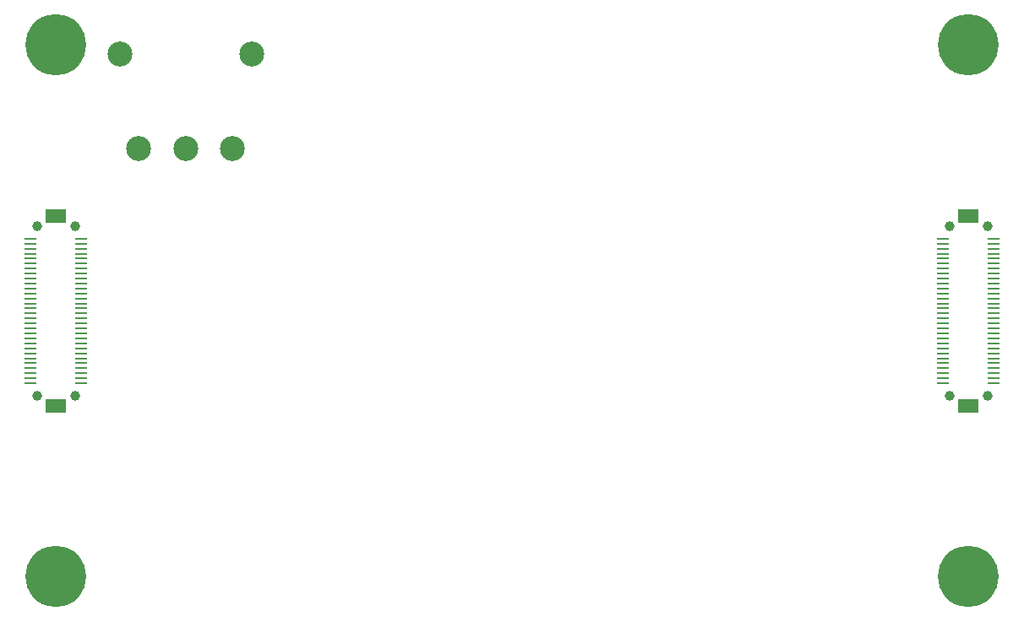
<source format=gbs>
G04 #@! TF.FileFunction,Soldermask,Bot*
%FSLAX46Y46*%
G04 Gerber Fmt 4.6, Leading zero omitted, Abs format (unit mm)*
G04 Created by KiCad (PCBNEW (2015-04-19 BZR 5613)-product) date 7/15/2015 9:57:49 PM*
%MOMM*%
G01*
G04 APERTURE LIST*
%ADD10C,0.100000*%
%ADD11O,6.100000X6.100000*%
%ADD12C,1.000000*%
%ADD13R,2.100000X1.400000*%
%ADD14R,1.150000X0.250000*%
%ADD15C,2.500000*%
G04 APERTURE END LIST*
D10*
D11*
X93980000Y-134620000D03*
X93980000Y-81280000D03*
X185420000Y-81280000D03*
X185420000Y-134620000D03*
D12*
X92080000Y-99450000D03*
X92080000Y-116450000D03*
X183520000Y-99450000D03*
X183520000Y-116450000D03*
X187320000Y-99450000D03*
D13*
X185420000Y-117450000D03*
D14*
X187995000Y-100700000D03*
X187995000Y-101200000D03*
X187995000Y-101700000D03*
X187995000Y-102200000D03*
X187995000Y-102700000D03*
X187995000Y-103200000D03*
X187995000Y-103700000D03*
X187995000Y-104200000D03*
X187995000Y-104700000D03*
X187995000Y-105200000D03*
X187995000Y-105700000D03*
X187995000Y-106200000D03*
X187995000Y-106700000D03*
X187995000Y-107200000D03*
X187995000Y-107700000D03*
X187995000Y-108200000D03*
X187995000Y-108700000D03*
X187995000Y-109200000D03*
X187995000Y-109700000D03*
X187995000Y-110200000D03*
X187995000Y-110700000D03*
X187995000Y-111200000D03*
X187995000Y-111700000D03*
X187995000Y-112200000D03*
X187995000Y-112700000D03*
X187995000Y-113200000D03*
X187995000Y-113700000D03*
X187995000Y-114200000D03*
X187995000Y-114700000D03*
X187995000Y-115200000D03*
X182845000Y-100700000D03*
X182845000Y-101200000D03*
X182845000Y-101700000D03*
X182845000Y-102200000D03*
X182845000Y-102700000D03*
X182845000Y-103200000D03*
X182845000Y-103700000D03*
X182845000Y-104200000D03*
X182845000Y-104700000D03*
X182845000Y-105200000D03*
X182845000Y-105700000D03*
X182845000Y-106200000D03*
X182845000Y-106700000D03*
X182845000Y-107200000D03*
X182845000Y-107700000D03*
X182845000Y-108200000D03*
X182845000Y-108700000D03*
X182845000Y-109200000D03*
X182845000Y-109700000D03*
X182845000Y-110200000D03*
X182845000Y-110700000D03*
X182845000Y-111200000D03*
X182845000Y-111700000D03*
X182845000Y-112200000D03*
X182845000Y-112700000D03*
X182845000Y-113200000D03*
X182845000Y-113700000D03*
X182845000Y-114200000D03*
X182845000Y-114700000D03*
X182845000Y-115200000D03*
D13*
X185420000Y-98450000D03*
D12*
X187320000Y-116450000D03*
X95880000Y-99450000D03*
D13*
X93980000Y-117450000D03*
D14*
X96555000Y-100700000D03*
X96555000Y-101200000D03*
X96555000Y-101700000D03*
X96555000Y-102200000D03*
X96555000Y-102700000D03*
X96555000Y-103200000D03*
X96555000Y-103700000D03*
X96555000Y-104200000D03*
X96555000Y-104700000D03*
X96555000Y-105200000D03*
X96555000Y-105700000D03*
X96555000Y-106200000D03*
X96555000Y-106700000D03*
X96555000Y-107200000D03*
X96555000Y-107700000D03*
X96555000Y-108200000D03*
X96555000Y-108700000D03*
X96555000Y-109200000D03*
X96555000Y-109700000D03*
X96555000Y-110200000D03*
X96555000Y-110700000D03*
X96555000Y-111200000D03*
X96555000Y-111700000D03*
X96555000Y-112200000D03*
X96555000Y-112700000D03*
X96555000Y-113200000D03*
X96555000Y-113700000D03*
X96555000Y-114200000D03*
X96555000Y-114700000D03*
X96555000Y-115200000D03*
X91405000Y-100700000D03*
X91405000Y-101200000D03*
X91405000Y-101700000D03*
X91405000Y-102200000D03*
X91405000Y-102700000D03*
X91405000Y-103200000D03*
X91405000Y-103700000D03*
X91405000Y-104200000D03*
X91405000Y-104700000D03*
X91405000Y-105200000D03*
X91405000Y-105700000D03*
X91405000Y-106200000D03*
X91405000Y-106700000D03*
X91405000Y-107200000D03*
X91405000Y-107700000D03*
X91405000Y-108200000D03*
X91405000Y-108700000D03*
X91405000Y-109200000D03*
X91405000Y-109700000D03*
X91405000Y-110200000D03*
X91405000Y-110700000D03*
X91405000Y-111200000D03*
X91405000Y-111700000D03*
X91405000Y-112200000D03*
X91405000Y-112700000D03*
X91405000Y-113200000D03*
X91405000Y-113700000D03*
X91405000Y-114200000D03*
X91405000Y-114700000D03*
X91405000Y-115200000D03*
D13*
X93980000Y-98450000D03*
D12*
X95880000Y-116450000D03*
D15*
X113584800Y-82153800D03*
X100384800Y-82153800D03*
X111684800Y-91683800D03*
X106984800Y-91683800D03*
X102284800Y-91683800D03*
M02*

</source>
